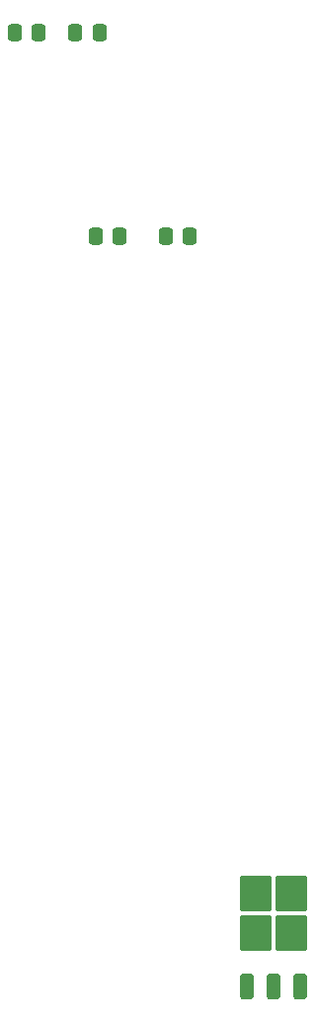
<source format=gtp>
G04 #@! TF.GenerationSoftware,KiCad,Pcbnew,7.0.1*
G04 #@! TF.CreationDate,2023-08-23T10:04:26+02:00*
G04 #@! TF.ProjectId,K_IO_brd,4b5f494f-5f62-4726-942e-6b696361645f,rev?*
G04 #@! TF.SameCoordinates,Original*
G04 #@! TF.FileFunction,Paste,Top*
G04 #@! TF.FilePolarity,Positive*
%FSLAX46Y46*%
G04 Gerber Fmt 4.6, Leading zero omitted, Abs format (unit mm)*
G04 Created by KiCad (PCBNEW 7.0.1) date 2023-08-23 10:04:26*
%MOMM*%
%LPD*%
G01*
G04 APERTURE LIST*
G04 Aperture macros list*
%AMRoundRect*
0 Rectangle with rounded corners*
0 $1 Rounding radius*
0 $2 $3 $4 $5 $6 $7 $8 $9 X,Y pos of 4 corners*
0 Add a 4 corners polygon primitive as box body*
4,1,4,$2,$3,$4,$5,$6,$7,$8,$9,$2,$3,0*
0 Add four circle primitives for the rounded corners*
1,1,$1+$1,$2,$3*
1,1,$1+$1,$4,$5*
1,1,$1+$1,$6,$7*
1,1,$1+$1,$8,$9*
0 Add four rect primitives between the rounded corners*
20,1,$1+$1,$2,$3,$4,$5,0*
20,1,$1+$1,$4,$5,$6,$7,0*
20,1,$1+$1,$6,$7,$8,$9,0*
20,1,$1+$1,$8,$9,$2,$3,0*%
G04 Aperture macros list end*
%ADD10RoundRect,0.250000X-0.337500X-0.475000X0.337500X-0.475000X0.337500X0.475000X-0.337500X0.475000X0*%
%ADD11RoundRect,0.250000X0.350000X-0.850000X0.350000X0.850000X-0.350000X0.850000X-0.350000X-0.850000X0*%
%ADD12RoundRect,0.250000X1.125000X-1.275000X1.125000X1.275000X-1.125000X1.275000X-1.125000X-1.275000X0*%
%ADD13RoundRect,0.250000X0.337500X0.475000X-0.337500X0.475000X-0.337500X-0.475000X0.337500X-0.475000X0*%
G04 APERTURE END LIST*
D10*
X147712500Y-78750000D03*
X149787500Y-78750000D03*
D11*
X154690000Y-143000000D03*
X156970000Y-143000000D03*
D12*
X155445000Y-138375000D03*
X158495000Y-138375000D03*
X155445000Y-135025000D03*
X158495000Y-135025000D03*
D11*
X159250000Y-143000000D03*
D10*
X139962500Y-61250000D03*
X142037500Y-61250000D03*
D13*
X143787500Y-78750000D03*
X141712500Y-78750000D03*
X136825000Y-61250000D03*
X134750000Y-61250000D03*
M02*

</source>
